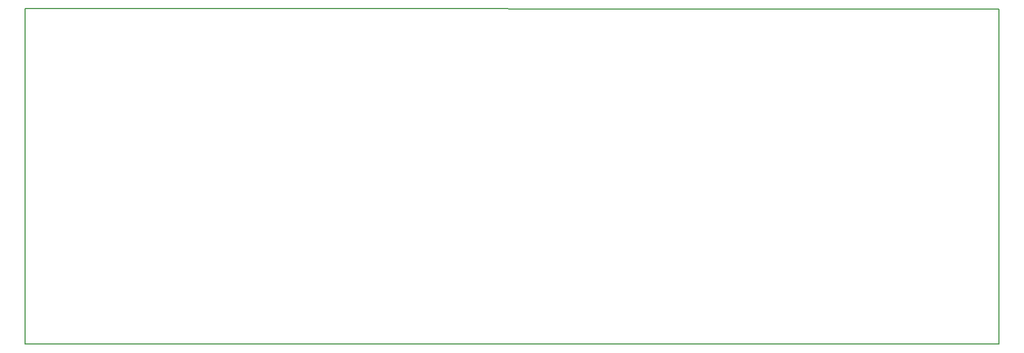
<source format=gbr>
G04 #@! TF.GenerationSoftware,KiCad,Pcbnew,(6.0.7-1)-1*
G04 #@! TF.CreationDate,2023-05-21T10:08:16+10:00*
G04 #@! TF.ProjectId,SARI_STANDBY_ETHERNET,53415249-5f53-4544-914e-4442595f4554,rev?*
G04 #@! TF.SameCoordinates,Original*
G04 #@! TF.FileFunction,Profile,NP*
%FSLAX46Y46*%
G04 Gerber Fmt 4.6, Leading zero omitted, Abs format (unit mm)*
G04 Created by KiCad (PCBNEW (6.0.7-1)-1) date 2023-05-21 10:08:16*
%MOMM*%
%LPD*%
G01*
G04 APERTURE LIST*
G04 #@! TA.AperFunction,Profile*
%ADD10C,0.150000*%
G04 #@! TD*
G04 APERTURE END LIST*
D10*
X124841000Y-121666000D02*
X279500000Y-121666000D01*
X124841000Y-68326000D02*
X279500000Y-68350000D01*
X279500000Y-121666000D02*
X279500000Y-68350000D01*
X124841000Y-68326000D02*
X124841000Y-121666000D01*
M02*

</source>
